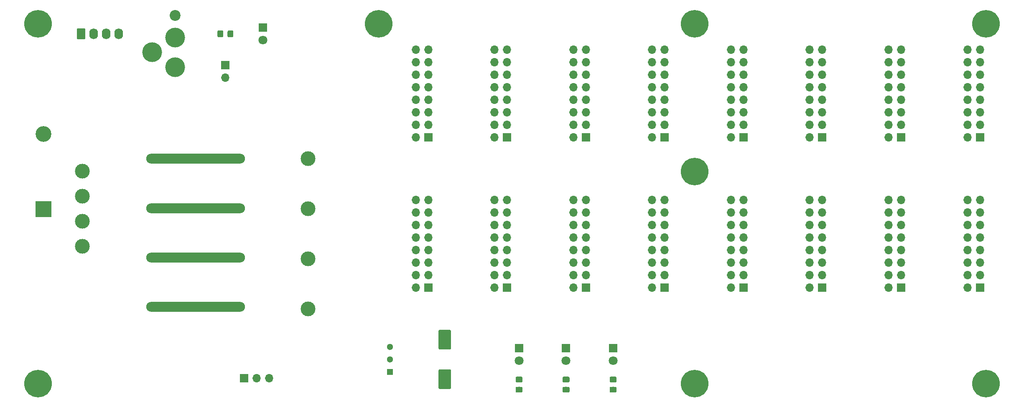
<source format=gts>
G04 #@! TF.GenerationSoftware,KiCad,Pcbnew,(5.1.0)-1*
G04 #@! TF.CreationDate,2019-04-03T08:25:17+02:00*
G04 #@! TF.ProjectId,psu-30w,7073752d-3330-4772-9e6b-696361645f70,rev?*
G04 #@! TF.SameCoordinates,Original*
G04 #@! TF.FileFunction,Soldermask,Top*
G04 #@! TF.FilePolarity,Negative*
%FSLAX46Y46*%
G04 Gerber Fmt 4.6, Leading zero omitted, Abs format (unit mm)*
G04 Created by KiCad (PCBNEW (5.1.0)-1) date 2019-04-03 08:25:17*
%MOMM*%
%LPD*%
G04 APERTURE LIST*
%ADD10O,1.700000X1.700000*%
%ADD11R,1.700000X1.700000*%
%ADD12C,4.000000*%
%ADD13C,2.200000*%
%ADD14C,0.100000*%
%ADD15C,1.150000*%
%ADD16O,1.740000X2.200000*%
%ADD17C,1.740000*%
%ADD18C,3.000000*%
%ADD19O,20.000000X2.000000*%
%ADD20C,1.300000*%
%ADD21R,1.300000X1.300000*%
%ADD22C,2.500000*%
%ADD23R,3.200000X3.200000*%
%ADD24O,3.200000X3.200000*%
%ADD25C,1.800000*%
%ADD26R,1.800000X1.800000*%
%ADD27C,5.600000*%
G04 APERTURE END LIST*
D10*
X101800000Y-124920000D03*
X99260000Y-124920000D03*
D11*
X96720000Y-124920000D03*
D10*
X92910000Y-63960000D03*
D11*
X92910000Y-61420000D03*
D12*
X82750000Y-61826400D03*
X82750000Y-55826400D03*
X78050000Y-58826400D03*
D13*
X82750000Y-51326400D03*
D14*
G36*
X162399505Y-126671204D02*
G01*
X162423773Y-126674804D01*
X162447572Y-126680765D01*
X162470671Y-126689030D01*
X162492850Y-126699520D01*
X162513893Y-126712132D01*
X162533599Y-126726747D01*
X162551777Y-126743223D01*
X162568253Y-126761401D01*
X162582868Y-126781107D01*
X162595480Y-126802150D01*
X162605970Y-126824329D01*
X162614235Y-126847428D01*
X162620196Y-126871227D01*
X162623796Y-126895495D01*
X162625000Y-126919999D01*
X162625000Y-127570001D01*
X162623796Y-127594505D01*
X162620196Y-127618773D01*
X162614235Y-127642572D01*
X162605970Y-127665671D01*
X162595480Y-127687850D01*
X162582868Y-127708893D01*
X162568253Y-127728599D01*
X162551777Y-127746777D01*
X162533599Y-127763253D01*
X162513893Y-127777868D01*
X162492850Y-127790480D01*
X162470671Y-127800970D01*
X162447572Y-127809235D01*
X162423773Y-127815196D01*
X162399505Y-127818796D01*
X162375001Y-127820000D01*
X161474999Y-127820000D01*
X161450495Y-127818796D01*
X161426227Y-127815196D01*
X161402428Y-127809235D01*
X161379329Y-127800970D01*
X161357150Y-127790480D01*
X161336107Y-127777868D01*
X161316401Y-127763253D01*
X161298223Y-127746777D01*
X161281747Y-127728599D01*
X161267132Y-127708893D01*
X161254520Y-127687850D01*
X161244030Y-127665671D01*
X161235765Y-127642572D01*
X161229804Y-127618773D01*
X161226204Y-127594505D01*
X161225000Y-127570001D01*
X161225000Y-126919999D01*
X161226204Y-126895495D01*
X161229804Y-126871227D01*
X161235765Y-126847428D01*
X161244030Y-126824329D01*
X161254520Y-126802150D01*
X161267132Y-126781107D01*
X161281747Y-126761401D01*
X161298223Y-126743223D01*
X161316401Y-126726747D01*
X161336107Y-126712132D01*
X161357150Y-126699520D01*
X161379329Y-126689030D01*
X161402428Y-126680765D01*
X161426227Y-126674804D01*
X161450495Y-126671204D01*
X161474999Y-126670000D01*
X162375001Y-126670000D01*
X162399505Y-126671204D01*
X162399505Y-126671204D01*
G37*
D15*
X161925000Y-127245000D03*
D14*
G36*
X162399505Y-124621204D02*
G01*
X162423773Y-124624804D01*
X162447572Y-124630765D01*
X162470671Y-124639030D01*
X162492850Y-124649520D01*
X162513893Y-124662132D01*
X162533599Y-124676747D01*
X162551777Y-124693223D01*
X162568253Y-124711401D01*
X162582868Y-124731107D01*
X162595480Y-124752150D01*
X162605970Y-124774329D01*
X162614235Y-124797428D01*
X162620196Y-124821227D01*
X162623796Y-124845495D01*
X162625000Y-124869999D01*
X162625000Y-125520001D01*
X162623796Y-125544505D01*
X162620196Y-125568773D01*
X162614235Y-125592572D01*
X162605970Y-125615671D01*
X162595480Y-125637850D01*
X162582868Y-125658893D01*
X162568253Y-125678599D01*
X162551777Y-125696777D01*
X162533599Y-125713253D01*
X162513893Y-125727868D01*
X162492850Y-125740480D01*
X162470671Y-125750970D01*
X162447572Y-125759235D01*
X162423773Y-125765196D01*
X162399505Y-125768796D01*
X162375001Y-125770000D01*
X161474999Y-125770000D01*
X161450495Y-125768796D01*
X161426227Y-125765196D01*
X161402428Y-125759235D01*
X161379329Y-125750970D01*
X161357150Y-125740480D01*
X161336107Y-125727868D01*
X161316401Y-125713253D01*
X161298223Y-125696777D01*
X161281747Y-125678599D01*
X161267132Y-125658893D01*
X161254520Y-125637850D01*
X161244030Y-125615671D01*
X161235765Y-125592572D01*
X161229804Y-125568773D01*
X161226204Y-125544505D01*
X161225000Y-125520001D01*
X161225000Y-124869999D01*
X161226204Y-124845495D01*
X161229804Y-124821227D01*
X161235765Y-124797428D01*
X161244030Y-124774329D01*
X161254520Y-124752150D01*
X161267132Y-124731107D01*
X161281747Y-124711401D01*
X161298223Y-124693223D01*
X161316401Y-124676747D01*
X161336107Y-124662132D01*
X161357150Y-124649520D01*
X161379329Y-124639030D01*
X161402428Y-124630765D01*
X161426227Y-124624804D01*
X161450495Y-124621204D01*
X161474999Y-124620000D01*
X162375001Y-124620000D01*
X162399505Y-124621204D01*
X162399505Y-124621204D01*
G37*
D15*
X161925000Y-125195000D03*
D14*
G36*
X152874505Y-126671204D02*
G01*
X152898773Y-126674804D01*
X152922572Y-126680765D01*
X152945671Y-126689030D01*
X152967850Y-126699520D01*
X152988893Y-126712132D01*
X153008599Y-126726747D01*
X153026777Y-126743223D01*
X153043253Y-126761401D01*
X153057868Y-126781107D01*
X153070480Y-126802150D01*
X153080970Y-126824329D01*
X153089235Y-126847428D01*
X153095196Y-126871227D01*
X153098796Y-126895495D01*
X153100000Y-126919999D01*
X153100000Y-127570001D01*
X153098796Y-127594505D01*
X153095196Y-127618773D01*
X153089235Y-127642572D01*
X153080970Y-127665671D01*
X153070480Y-127687850D01*
X153057868Y-127708893D01*
X153043253Y-127728599D01*
X153026777Y-127746777D01*
X153008599Y-127763253D01*
X152988893Y-127777868D01*
X152967850Y-127790480D01*
X152945671Y-127800970D01*
X152922572Y-127809235D01*
X152898773Y-127815196D01*
X152874505Y-127818796D01*
X152850001Y-127820000D01*
X151949999Y-127820000D01*
X151925495Y-127818796D01*
X151901227Y-127815196D01*
X151877428Y-127809235D01*
X151854329Y-127800970D01*
X151832150Y-127790480D01*
X151811107Y-127777868D01*
X151791401Y-127763253D01*
X151773223Y-127746777D01*
X151756747Y-127728599D01*
X151742132Y-127708893D01*
X151729520Y-127687850D01*
X151719030Y-127665671D01*
X151710765Y-127642572D01*
X151704804Y-127618773D01*
X151701204Y-127594505D01*
X151700000Y-127570001D01*
X151700000Y-126919999D01*
X151701204Y-126895495D01*
X151704804Y-126871227D01*
X151710765Y-126847428D01*
X151719030Y-126824329D01*
X151729520Y-126802150D01*
X151742132Y-126781107D01*
X151756747Y-126761401D01*
X151773223Y-126743223D01*
X151791401Y-126726747D01*
X151811107Y-126712132D01*
X151832150Y-126699520D01*
X151854329Y-126689030D01*
X151877428Y-126680765D01*
X151901227Y-126674804D01*
X151925495Y-126671204D01*
X151949999Y-126670000D01*
X152850001Y-126670000D01*
X152874505Y-126671204D01*
X152874505Y-126671204D01*
G37*
D15*
X152400000Y-127245000D03*
D14*
G36*
X152874505Y-124621204D02*
G01*
X152898773Y-124624804D01*
X152922572Y-124630765D01*
X152945671Y-124639030D01*
X152967850Y-124649520D01*
X152988893Y-124662132D01*
X153008599Y-124676747D01*
X153026777Y-124693223D01*
X153043253Y-124711401D01*
X153057868Y-124731107D01*
X153070480Y-124752150D01*
X153080970Y-124774329D01*
X153089235Y-124797428D01*
X153095196Y-124821227D01*
X153098796Y-124845495D01*
X153100000Y-124869999D01*
X153100000Y-125520001D01*
X153098796Y-125544505D01*
X153095196Y-125568773D01*
X153089235Y-125592572D01*
X153080970Y-125615671D01*
X153070480Y-125637850D01*
X153057868Y-125658893D01*
X153043253Y-125678599D01*
X153026777Y-125696777D01*
X153008599Y-125713253D01*
X152988893Y-125727868D01*
X152967850Y-125740480D01*
X152945671Y-125750970D01*
X152922572Y-125759235D01*
X152898773Y-125765196D01*
X152874505Y-125768796D01*
X152850001Y-125770000D01*
X151949999Y-125770000D01*
X151925495Y-125768796D01*
X151901227Y-125765196D01*
X151877428Y-125759235D01*
X151854329Y-125750970D01*
X151832150Y-125740480D01*
X151811107Y-125727868D01*
X151791401Y-125713253D01*
X151773223Y-125696777D01*
X151756747Y-125678599D01*
X151742132Y-125658893D01*
X151729520Y-125637850D01*
X151719030Y-125615671D01*
X151710765Y-125592572D01*
X151704804Y-125568773D01*
X151701204Y-125544505D01*
X151700000Y-125520001D01*
X151700000Y-124869999D01*
X151701204Y-124845495D01*
X151704804Y-124821227D01*
X151710765Y-124797428D01*
X151719030Y-124774329D01*
X151729520Y-124752150D01*
X151742132Y-124731107D01*
X151756747Y-124711401D01*
X151773223Y-124693223D01*
X151791401Y-124676747D01*
X151811107Y-124662132D01*
X151832150Y-124649520D01*
X151854329Y-124639030D01*
X151877428Y-124630765D01*
X151901227Y-124624804D01*
X151925495Y-124621204D01*
X151949999Y-124620000D01*
X152850001Y-124620000D01*
X152874505Y-124621204D01*
X152874505Y-124621204D01*
G37*
D15*
X152400000Y-125195000D03*
D14*
G36*
X92234505Y-54371204D02*
G01*
X92258773Y-54374804D01*
X92282572Y-54380765D01*
X92305671Y-54389030D01*
X92327850Y-54399520D01*
X92348893Y-54412132D01*
X92368599Y-54426747D01*
X92386777Y-54443223D01*
X92403253Y-54461401D01*
X92417868Y-54481107D01*
X92430480Y-54502150D01*
X92440970Y-54524329D01*
X92449235Y-54547428D01*
X92455196Y-54571227D01*
X92458796Y-54595495D01*
X92460000Y-54619999D01*
X92460000Y-55520001D01*
X92458796Y-55544505D01*
X92455196Y-55568773D01*
X92449235Y-55592572D01*
X92440970Y-55615671D01*
X92430480Y-55637850D01*
X92417868Y-55658893D01*
X92403253Y-55678599D01*
X92386777Y-55696777D01*
X92368599Y-55713253D01*
X92348893Y-55727868D01*
X92327850Y-55740480D01*
X92305671Y-55750970D01*
X92282572Y-55759235D01*
X92258773Y-55765196D01*
X92234505Y-55768796D01*
X92210001Y-55770000D01*
X91559999Y-55770000D01*
X91535495Y-55768796D01*
X91511227Y-55765196D01*
X91487428Y-55759235D01*
X91464329Y-55750970D01*
X91442150Y-55740480D01*
X91421107Y-55727868D01*
X91401401Y-55713253D01*
X91383223Y-55696777D01*
X91366747Y-55678599D01*
X91352132Y-55658893D01*
X91339520Y-55637850D01*
X91329030Y-55615671D01*
X91320765Y-55592572D01*
X91314804Y-55568773D01*
X91311204Y-55544505D01*
X91310000Y-55520001D01*
X91310000Y-54619999D01*
X91311204Y-54595495D01*
X91314804Y-54571227D01*
X91320765Y-54547428D01*
X91329030Y-54524329D01*
X91339520Y-54502150D01*
X91352132Y-54481107D01*
X91366747Y-54461401D01*
X91383223Y-54443223D01*
X91401401Y-54426747D01*
X91421107Y-54412132D01*
X91442150Y-54399520D01*
X91464329Y-54389030D01*
X91487428Y-54380765D01*
X91511227Y-54374804D01*
X91535495Y-54371204D01*
X91559999Y-54370000D01*
X92210001Y-54370000D01*
X92234505Y-54371204D01*
X92234505Y-54371204D01*
G37*
D15*
X91885000Y-55070000D03*
D14*
G36*
X94284505Y-54371204D02*
G01*
X94308773Y-54374804D01*
X94332572Y-54380765D01*
X94355671Y-54389030D01*
X94377850Y-54399520D01*
X94398893Y-54412132D01*
X94418599Y-54426747D01*
X94436777Y-54443223D01*
X94453253Y-54461401D01*
X94467868Y-54481107D01*
X94480480Y-54502150D01*
X94490970Y-54524329D01*
X94499235Y-54547428D01*
X94505196Y-54571227D01*
X94508796Y-54595495D01*
X94510000Y-54619999D01*
X94510000Y-55520001D01*
X94508796Y-55544505D01*
X94505196Y-55568773D01*
X94499235Y-55592572D01*
X94490970Y-55615671D01*
X94480480Y-55637850D01*
X94467868Y-55658893D01*
X94453253Y-55678599D01*
X94436777Y-55696777D01*
X94418599Y-55713253D01*
X94398893Y-55727868D01*
X94377850Y-55740480D01*
X94355671Y-55750970D01*
X94332572Y-55759235D01*
X94308773Y-55765196D01*
X94284505Y-55768796D01*
X94260001Y-55770000D01*
X93609999Y-55770000D01*
X93585495Y-55768796D01*
X93561227Y-55765196D01*
X93537428Y-55759235D01*
X93514329Y-55750970D01*
X93492150Y-55740480D01*
X93471107Y-55727868D01*
X93451401Y-55713253D01*
X93433223Y-55696777D01*
X93416747Y-55678599D01*
X93402132Y-55658893D01*
X93389520Y-55637850D01*
X93379030Y-55615671D01*
X93370765Y-55592572D01*
X93364804Y-55568773D01*
X93361204Y-55544505D01*
X93360000Y-55520001D01*
X93360000Y-54619999D01*
X93361204Y-54595495D01*
X93364804Y-54571227D01*
X93370765Y-54547428D01*
X93379030Y-54524329D01*
X93389520Y-54502150D01*
X93402132Y-54481107D01*
X93416747Y-54461401D01*
X93433223Y-54443223D01*
X93451401Y-54426747D01*
X93471107Y-54412132D01*
X93492150Y-54399520D01*
X93514329Y-54389030D01*
X93537428Y-54380765D01*
X93561227Y-54374804D01*
X93585495Y-54371204D01*
X93609999Y-54370000D01*
X94260001Y-54370000D01*
X94284505Y-54371204D01*
X94284505Y-54371204D01*
G37*
D15*
X93935000Y-55070000D03*
D14*
G36*
X171924505Y-124621204D02*
G01*
X171948773Y-124624804D01*
X171972572Y-124630765D01*
X171995671Y-124639030D01*
X172017850Y-124649520D01*
X172038893Y-124662132D01*
X172058599Y-124676747D01*
X172076777Y-124693223D01*
X172093253Y-124711401D01*
X172107868Y-124731107D01*
X172120480Y-124752150D01*
X172130970Y-124774329D01*
X172139235Y-124797428D01*
X172145196Y-124821227D01*
X172148796Y-124845495D01*
X172150000Y-124869999D01*
X172150000Y-125520001D01*
X172148796Y-125544505D01*
X172145196Y-125568773D01*
X172139235Y-125592572D01*
X172130970Y-125615671D01*
X172120480Y-125637850D01*
X172107868Y-125658893D01*
X172093253Y-125678599D01*
X172076777Y-125696777D01*
X172058599Y-125713253D01*
X172038893Y-125727868D01*
X172017850Y-125740480D01*
X171995671Y-125750970D01*
X171972572Y-125759235D01*
X171948773Y-125765196D01*
X171924505Y-125768796D01*
X171900001Y-125770000D01*
X170999999Y-125770000D01*
X170975495Y-125768796D01*
X170951227Y-125765196D01*
X170927428Y-125759235D01*
X170904329Y-125750970D01*
X170882150Y-125740480D01*
X170861107Y-125727868D01*
X170841401Y-125713253D01*
X170823223Y-125696777D01*
X170806747Y-125678599D01*
X170792132Y-125658893D01*
X170779520Y-125637850D01*
X170769030Y-125615671D01*
X170760765Y-125592572D01*
X170754804Y-125568773D01*
X170751204Y-125544505D01*
X170750000Y-125520001D01*
X170750000Y-124869999D01*
X170751204Y-124845495D01*
X170754804Y-124821227D01*
X170760765Y-124797428D01*
X170769030Y-124774329D01*
X170779520Y-124752150D01*
X170792132Y-124731107D01*
X170806747Y-124711401D01*
X170823223Y-124693223D01*
X170841401Y-124676747D01*
X170861107Y-124662132D01*
X170882150Y-124649520D01*
X170904329Y-124639030D01*
X170927428Y-124630765D01*
X170951227Y-124624804D01*
X170975495Y-124621204D01*
X170999999Y-124620000D01*
X171900001Y-124620000D01*
X171924505Y-124621204D01*
X171924505Y-124621204D01*
G37*
D15*
X171450000Y-125195000D03*
D14*
G36*
X171924505Y-126671204D02*
G01*
X171948773Y-126674804D01*
X171972572Y-126680765D01*
X171995671Y-126689030D01*
X172017850Y-126699520D01*
X172038893Y-126712132D01*
X172058599Y-126726747D01*
X172076777Y-126743223D01*
X172093253Y-126761401D01*
X172107868Y-126781107D01*
X172120480Y-126802150D01*
X172130970Y-126824329D01*
X172139235Y-126847428D01*
X172145196Y-126871227D01*
X172148796Y-126895495D01*
X172150000Y-126919999D01*
X172150000Y-127570001D01*
X172148796Y-127594505D01*
X172145196Y-127618773D01*
X172139235Y-127642572D01*
X172130970Y-127665671D01*
X172120480Y-127687850D01*
X172107868Y-127708893D01*
X172093253Y-127728599D01*
X172076777Y-127746777D01*
X172058599Y-127763253D01*
X172038893Y-127777868D01*
X172017850Y-127790480D01*
X171995671Y-127800970D01*
X171972572Y-127809235D01*
X171948773Y-127815196D01*
X171924505Y-127818796D01*
X171900001Y-127820000D01*
X170999999Y-127820000D01*
X170975495Y-127818796D01*
X170951227Y-127815196D01*
X170927428Y-127809235D01*
X170904329Y-127800970D01*
X170882150Y-127790480D01*
X170861107Y-127777868D01*
X170841401Y-127763253D01*
X170823223Y-127746777D01*
X170806747Y-127728599D01*
X170792132Y-127708893D01*
X170779520Y-127687850D01*
X170769030Y-127665671D01*
X170760765Y-127642572D01*
X170754804Y-127618773D01*
X170751204Y-127594505D01*
X170750000Y-127570001D01*
X170750000Y-126919999D01*
X170751204Y-126895495D01*
X170754804Y-126871227D01*
X170760765Y-126847428D01*
X170769030Y-126824329D01*
X170779520Y-126802150D01*
X170792132Y-126781107D01*
X170806747Y-126761401D01*
X170823223Y-126743223D01*
X170841401Y-126726747D01*
X170861107Y-126712132D01*
X170882150Y-126699520D01*
X170904329Y-126689030D01*
X170927428Y-126680765D01*
X170951227Y-126674804D01*
X170975495Y-126671204D01*
X170999999Y-126670000D01*
X171900001Y-126670000D01*
X171924505Y-126671204D01*
X171924505Y-126671204D01*
G37*
D15*
X171450000Y-127245000D03*
D16*
X71320000Y-55070000D03*
X68780000Y-55070000D03*
X66240000Y-55070000D03*
D14*
G36*
X64344505Y-53971204D02*
G01*
X64368773Y-53974804D01*
X64392572Y-53980765D01*
X64415671Y-53989030D01*
X64437850Y-53999520D01*
X64458893Y-54012132D01*
X64478599Y-54026747D01*
X64496777Y-54043223D01*
X64513253Y-54061401D01*
X64527868Y-54081107D01*
X64540480Y-54102150D01*
X64550970Y-54124329D01*
X64559235Y-54147428D01*
X64565196Y-54171227D01*
X64568796Y-54195495D01*
X64570000Y-54219999D01*
X64570000Y-55920001D01*
X64568796Y-55944505D01*
X64565196Y-55968773D01*
X64559235Y-55992572D01*
X64550970Y-56015671D01*
X64540480Y-56037850D01*
X64527868Y-56058893D01*
X64513253Y-56078599D01*
X64496777Y-56096777D01*
X64478599Y-56113253D01*
X64458893Y-56127868D01*
X64437850Y-56140480D01*
X64415671Y-56150970D01*
X64392572Y-56159235D01*
X64368773Y-56165196D01*
X64344505Y-56168796D01*
X64320001Y-56170000D01*
X63079999Y-56170000D01*
X63055495Y-56168796D01*
X63031227Y-56165196D01*
X63007428Y-56159235D01*
X62984329Y-56150970D01*
X62962150Y-56140480D01*
X62941107Y-56127868D01*
X62921401Y-56113253D01*
X62903223Y-56096777D01*
X62886747Y-56078599D01*
X62872132Y-56058893D01*
X62859520Y-56037850D01*
X62849030Y-56015671D01*
X62840765Y-55992572D01*
X62834804Y-55968773D01*
X62831204Y-55944505D01*
X62830000Y-55920001D01*
X62830000Y-54219999D01*
X62831204Y-54195495D01*
X62834804Y-54171227D01*
X62840765Y-54147428D01*
X62849030Y-54124329D01*
X62859520Y-54102150D01*
X62872132Y-54081107D01*
X62886747Y-54061401D01*
X62903223Y-54043223D01*
X62921401Y-54026747D01*
X62941107Y-54012132D01*
X62962150Y-53999520D01*
X62984329Y-53989030D01*
X63007428Y-53980765D01*
X63031227Y-53974804D01*
X63055495Y-53971204D01*
X63079999Y-53970000D01*
X64320001Y-53970000D01*
X64344505Y-53971204D01*
X64344505Y-53971204D01*
G37*
D17*
X63700000Y-55070000D03*
D18*
X63915600Y-82926800D03*
X63915600Y-88006800D03*
X63915600Y-93086800D03*
X63915600Y-98166800D03*
X109635600Y-110866800D03*
X109635600Y-100706800D03*
X109635600Y-90546800D03*
X109635600Y-80386800D03*
D19*
X86915600Y-80426800D03*
X86915600Y-90426800D03*
X86915600Y-100426800D03*
X86915600Y-110426800D03*
D20*
X126234800Y-121110000D03*
D21*
X126234800Y-123650000D03*
D20*
X126234800Y-118570000D03*
D14*
G36*
X138384504Y-115111204D02*
G01*
X138408773Y-115114804D01*
X138432571Y-115120765D01*
X138455671Y-115129030D01*
X138477849Y-115139520D01*
X138498893Y-115152133D01*
X138518598Y-115166747D01*
X138536777Y-115183223D01*
X138553253Y-115201402D01*
X138567867Y-115221107D01*
X138580480Y-115242151D01*
X138590970Y-115264329D01*
X138599235Y-115287429D01*
X138605196Y-115311227D01*
X138608796Y-115335496D01*
X138610000Y-115360000D01*
X138610000Y-118860000D01*
X138608796Y-118884504D01*
X138605196Y-118908773D01*
X138599235Y-118932571D01*
X138590970Y-118955671D01*
X138580480Y-118977849D01*
X138567867Y-118998893D01*
X138553253Y-119018598D01*
X138536777Y-119036777D01*
X138518598Y-119053253D01*
X138498893Y-119067867D01*
X138477849Y-119080480D01*
X138455671Y-119090970D01*
X138432571Y-119099235D01*
X138408773Y-119105196D01*
X138384504Y-119108796D01*
X138360000Y-119110000D01*
X136360000Y-119110000D01*
X136335496Y-119108796D01*
X136311227Y-119105196D01*
X136287429Y-119099235D01*
X136264329Y-119090970D01*
X136242151Y-119080480D01*
X136221107Y-119067867D01*
X136201402Y-119053253D01*
X136183223Y-119036777D01*
X136166747Y-119018598D01*
X136152133Y-118998893D01*
X136139520Y-118977849D01*
X136129030Y-118955671D01*
X136120765Y-118932571D01*
X136114804Y-118908773D01*
X136111204Y-118884504D01*
X136110000Y-118860000D01*
X136110000Y-115360000D01*
X136111204Y-115335496D01*
X136114804Y-115311227D01*
X136120765Y-115287429D01*
X136129030Y-115264329D01*
X136139520Y-115242151D01*
X136152133Y-115221107D01*
X136166747Y-115201402D01*
X136183223Y-115183223D01*
X136201402Y-115166747D01*
X136221107Y-115152133D01*
X136242151Y-115139520D01*
X136264329Y-115129030D01*
X136287429Y-115120765D01*
X136311227Y-115114804D01*
X136335496Y-115111204D01*
X136360000Y-115110000D01*
X138360000Y-115110000D01*
X138384504Y-115111204D01*
X138384504Y-115111204D01*
G37*
D22*
X137360000Y-117110000D03*
D14*
G36*
X138384504Y-123111204D02*
G01*
X138408773Y-123114804D01*
X138432571Y-123120765D01*
X138455671Y-123129030D01*
X138477849Y-123139520D01*
X138498893Y-123152133D01*
X138518598Y-123166747D01*
X138536777Y-123183223D01*
X138553253Y-123201402D01*
X138567867Y-123221107D01*
X138580480Y-123242151D01*
X138590970Y-123264329D01*
X138599235Y-123287429D01*
X138605196Y-123311227D01*
X138608796Y-123335496D01*
X138610000Y-123360000D01*
X138610000Y-126860000D01*
X138608796Y-126884504D01*
X138605196Y-126908773D01*
X138599235Y-126932571D01*
X138590970Y-126955671D01*
X138580480Y-126977849D01*
X138567867Y-126998893D01*
X138553253Y-127018598D01*
X138536777Y-127036777D01*
X138518598Y-127053253D01*
X138498893Y-127067867D01*
X138477849Y-127080480D01*
X138455671Y-127090970D01*
X138432571Y-127099235D01*
X138408773Y-127105196D01*
X138384504Y-127108796D01*
X138360000Y-127110000D01*
X136360000Y-127110000D01*
X136335496Y-127108796D01*
X136311227Y-127105196D01*
X136287429Y-127099235D01*
X136264329Y-127090970D01*
X136242151Y-127080480D01*
X136221107Y-127067867D01*
X136201402Y-127053253D01*
X136183223Y-127036777D01*
X136166747Y-127018598D01*
X136152133Y-126998893D01*
X136139520Y-126977849D01*
X136129030Y-126955671D01*
X136120765Y-126932571D01*
X136114804Y-126908773D01*
X136111204Y-126884504D01*
X136110000Y-126860000D01*
X136110000Y-123360000D01*
X136111204Y-123335496D01*
X136114804Y-123311227D01*
X136120765Y-123287429D01*
X136129030Y-123264329D01*
X136139520Y-123242151D01*
X136152133Y-123221107D01*
X136166747Y-123201402D01*
X136183223Y-123183223D01*
X136201402Y-123166747D01*
X136221107Y-123152133D01*
X136242151Y-123139520D01*
X136264329Y-123129030D01*
X136287429Y-123120765D01*
X136311227Y-123114804D01*
X136335496Y-123111204D01*
X136360000Y-123110000D01*
X138360000Y-123110000D01*
X138384504Y-123111204D01*
X138384504Y-123111204D01*
G37*
D22*
X137360000Y-125110000D03*
D11*
X245762037Y-76029244D03*
D10*
X243222037Y-76029244D03*
X245762037Y-73489244D03*
X243222037Y-73489244D03*
X245762037Y-70949244D03*
X243222037Y-70949244D03*
X245762037Y-68409244D03*
X243222037Y-68409244D03*
X245762037Y-65869244D03*
X243222037Y-65869244D03*
X245762037Y-63329244D03*
X243222037Y-63329244D03*
X245762037Y-60789244D03*
X243222037Y-60789244D03*
X245762037Y-58249244D03*
X243222037Y-58249244D03*
D23*
X56080000Y-90630000D03*
D24*
X56080000Y-75390000D03*
D25*
X152400000Y-121380000D03*
D26*
X152400000Y-118840000D03*
X100530000Y-53800000D03*
D25*
X100530000Y-56340000D03*
D26*
X171450000Y-118840000D03*
D25*
X171450000Y-121380000D03*
X161925000Y-121380000D03*
D26*
X161925000Y-118840000D03*
D10*
X243222037Y-88729244D03*
X245762037Y-88729244D03*
X243222037Y-91269244D03*
X245762037Y-91269244D03*
X243222037Y-93809244D03*
X245762037Y-93809244D03*
X243222037Y-96349244D03*
X245762037Y-96349244D03*
X243222037Y-98889244D03*
X245762037Y-98889244D03*
X243222037Y-101429244D03*
X245762037Y-101429244D03*
X243222037Y-103969244D03*
X245762037Y-103969244D03*
X243222037Y-106509244D03*
D11*
X245762037Y-106509244D03*
X229796321Y-106509244D03*
D10*
X227256321Y-106509244D03*
X229796321Y-103969244D03*
X227256321Y-103969244D03*
X229796321Y-101429244D03*
X227256321Y-101429244D03*
X229796321Y-98889244D03*
X227256321Y-98889244D03*
X229796321Y-96349244D03*
X227256321Y-96349244D03*
X229796321Y-93809244D03*
X227256321Y-93809244D03*
X229796321Y-91269244D03*
X227256321Y-91269244D03*
X229796321Y-88729244D03*
X227256321Y-88729244D03*
D11*
X213830607Y-106509244D03*
D10*
X211290607Y-106509244D03*
X213830607Y-103969244D03*
X211290607Y-103969244D03*
X213830607Y-101429244D03*
X211290607Y-101429244D03*
X213830607Y-98889244D03*
X211290607Y-98889244D03*
X213830607Y-96349244D03*
X211290607Y-96349244D03*
X213830607Y-93809244D03*
X211290607Y-93809244D03*
X213830607Y-91269244D03*
X211290607Y-91269244D03*
X213830607Y-88729244D03*
X211290607Y-88729244D03*
X195324893Y-88729244D03*
X197864893Y-88729244D03*
X195324893Y-91269244D03*
X197864893Y-91269244D03*
X195324893Y-93809244D03*
X197864893Y-93809244D03*
X195324893Y-96349244D03*
X197864893Y-96349244D03*
X195324893Y-98889244D03*
X197864893Y-98889244D03*
X195324893Y-101429244D03*
X197864893Y-101429244D03*
X195324893Y-103969244D03*
X197864893Y-103969244D03*
X195324893Y-106509244D03*
D11*
X197864893Y-106509244D03*
X181899179Y-106509244D03*
D10*
X179359179Y-106509244D03*
X181899179Y-103969244D03*
X179359179Y-103969244D03*
X181899179Y-101429244D03*
X179359179Y-101429244D03*
X181899179Y-98889244D03*
X179359179Y-98889244D03*
X181899179Y-96349244D03*
X179359179Y-96349244D03*
X181899179Y-93809244D03*
X179359179Y-93809244D03*
X181899179Y-91269244D03*
X179359179Y-91269244D03*
X181899179Y-88729244D03*
X179359179Y-88729244D03*
D11*
X165933465Y-106509244D03*
D10*
X163393465Y-106509244D03*
X165933465Y-103969244D03*
X163393465Y-103969244D03*
X165933465Y-101429244D03*
X163393465Y-101429244D03*
X165933465Y-98889244D03*
X163393465Y-98889244D03*
X165933465Y-96349244D03*
X163393465Y-96349244D03*
X165933465Y-93809244D03*
X163393465Y-93809244D03*
X165933465Y-91269244D03*
X163393465Y-91269244D03*
X165933465Y-88729244D03*
X163393465Y-88729244D03*
X147427751Y-88729244D03*
X149967751Y-88729244D03*
X147427751Y-91269244D03*
X149967751Y-91269244D03*
X147427751Y-93809244D03*
X149967751Y-93809244D03*
X147427751Y-96349244D03*
X149967751Y-96349244D03*
X147427751Y-98889244D03*
X149967751Y-98889244D03*
X147427751Y-101429244D03*
X149967751Y-101429244D03*
X147427751Y-103969244D03*
X149967751Y-103969244D03*
X147427751Y-106509244D03*
D11*
X149967751Y-106509244D03*
D10*
X131462037Y-88729244D03*
X134002037Y-88729244D03*
X131462037Y-91269244D03*
X134002037Y-91269244D03*
X131462037Y-93809244D03*
X134002037Y-93809244D03*
X131462037Y-96349244D03*
X134002037Y-96349244D03*
X131462037Y-98889244D03*
X134002037Y-98889244D03*
X131462037Y-101429244D03*
X134002037Y-101429244D03*
X131462037Y-103969244D03*
X134002037Y-103969244D03*
X131462037Y-106509244D03*
D11*
X134002037Y-106509244D03*
X229796321Y-76029244D03*
D10*
X227256321Y-76029244D03*
X229796321Y-73489244D03*
X227256321Y-73489244D03*
X229796321Y-70949244D03*
X227256321Y-70949244D03*
X229796321Y-68409244D03*
X227256321Y-68409244D03*
X229796321Y-65869244D03*
X227256321Y-65869244D03*
X229796321Y-63329244D03*
X227256321Y-63329244D03*
X229796321Y-60789244D03*
X227256321Y-60789244D03*
X229796321Y-58249244D03*
X227256321Y-58249244D03*
X211290607Y-58249244D03*
X213830607Y-58249244D03*
X211290607Y-60789244D03*
X213830607Y-60789244D03*
X211290607Y-63329244D03*
X213830607Y-63329244D03*
X211290607Y-65869244D03*
X213830607Y-65869244D03*
X211290607Y-68409244D03*
X213830607Y-68409244D03*
X211290607Y-70949244D03*
X213830607Y-70949244D03*
X211290607Y-73489244D03*
X213830607Y-73489244D03*
X211290607Y-76029244D03*
D11*
X213830607Y-76029244D03*
D10*
X195324893Y-58249244D03*
X197864893Y-58249244D03*
X195324893Y-60789244D03*
X197864893Y-60789244D03*
X195324893Y-63329244D03*
X197864893Y-63329244D03*
X195324893Y-65869244D03*
X197864893Y-65869244D03*
X195324893Y-68409244D03*
X197864893Y-68409244D03*
X195324893Y-70949244D03*
X197864893Y-70949244D03*
X195324893Y-73489244D03*
X197864893Y-73489244D03*
X195324893Y-76029244D03*
D11*
X197864893Y-76029244D03*
X181899179Y-76029244D03*
D10*
X179359179Y-76029244D03*
X181899179Y-73489244D03*
X179359179Y-73489244D03*
X181899179Y-70949244D03*
X179359179Y-70949244D03*
X181899179Y-68409244D03*
X179359179Y-68409244D03*
X181899179Y-65869244D03*
X179359179Y-65869244D03*
X181899179Y-63329244D03*
X179359179Y-63329244D03*
X181899179Y-60789244D03*
X179359179Y-60789244D03*
X181899179Y-58249244D03*
X179359179Y-58249244D03*
D11*
X165933465Y-76029244D03*
D10*
X163393465Y-76029244D03*
X165933465Y-73489244D03*
X163393465Y-73489244D03*
X165933465Y-70949244D03*
X163393465Y-70949244D03*
X165933465Y-68409244D03*
X163393465Y-68409244D03*
X165933465Y-65869244D03*
X163393465Y-65869244D03*
X165933465Y-63329244D03*
X163393465Y-63329244D03*
X165933465Y-60789244D03*
X163393465Y-60789244D03*
X165933465Y-58249244D03*
X163393465Y-58249244D03*
X147427751Y-58249244D03*
X149967751Y-58249244D03*
X147427751Y-60789244D03*
X149967751Y-60789244D03*
X147427751Y-63329244D03*
X149967751Y-63329244D03*
X147427751Y-65869244D03*
X149967751Y-65869244D03*
X147427751Y-68409244D03*
X149967751Y-68409244D03*
X147427751Y-70949244D03*
X149967751Y-70949244D03*
X147427751Y-73489244D03*
X149967751Y-73489244D03*
X147427751Y-76029244D03*
D11*
X149967751Y-76029244D03*
D10*
X131462037Y-58249244D03*
X134002037Y-58249244D03*
X131462037Y-60789244D03*
X134002037Y-60789244D03*
X131462037Y-63329244D03*
X134002037Y-63329244D03*
X131462037Y-65869244D03*
X134002037Y-65869244D03*
X131462037Y-68409244D03*
X134002037Y-68409244D03*
X131462037Y-70949244D03*
X134002037Y-70949244D03*
X131462037Y-73489244D03*
X134002037Y-73489244D03*
X131462037Y-76029244D03*
D11*
X134002037Y-76029244D03*
D27*
X55000000Y-126000000D03*
X55000000Y-53000000D03*
X247000000Y-126000000D03*
X247000000Y-53000000D03*
X124000000Y-53000000D03*
X188000000Y-126000000D03*
X188000000Y-83000000D03*
X188000000Y-53000000D03*
M02*

</source>
